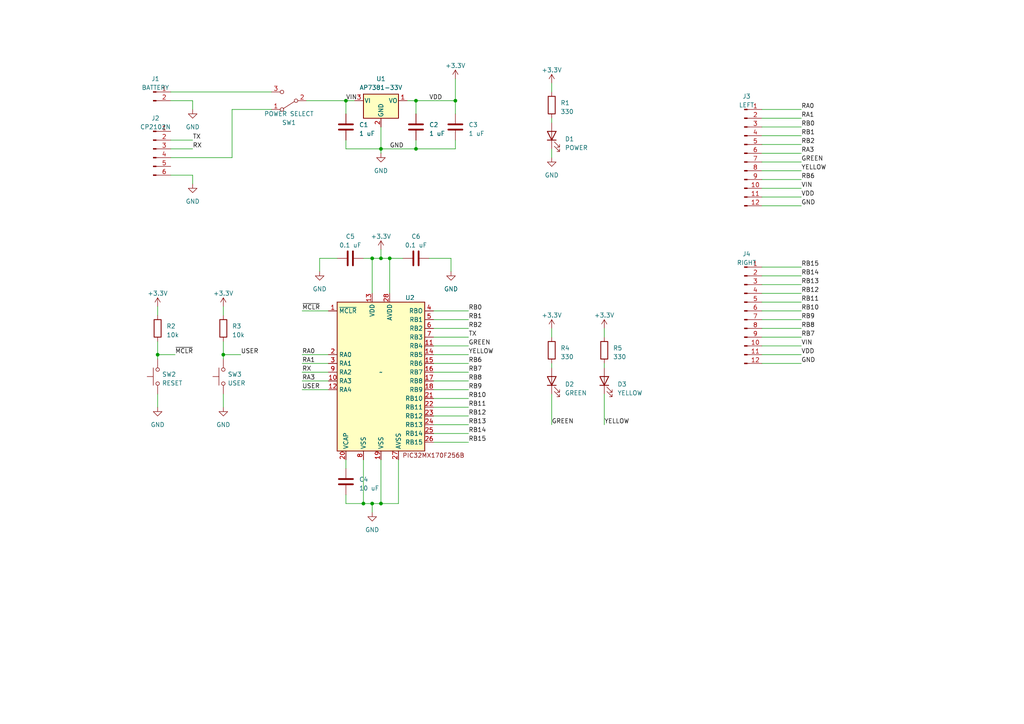
<source format=kicad_sch>
(kicad_sch (version 20230121) (generator eeschema)
  (paper "A4")
  (title_block (title "PIC32MX170F256B BREAKOUT") (company "André Vallières"))
  (lib_symbols
    (symbol "Connector:Conn_01x02_Pin" (pin_names (offset 1.016) hide)
      (property "Reference" "J1" (at 0.635 3.81 0))
      (property "Value" "BATTERY" (at 0.635 1.27 0))
      (symbol "Conn_01x02_Pin_1_1"
        (polyline (pts (xy 1.27 -2.54) (xy 0.8636 -2.54)) (stroke (width 0.1524)))
        (polyline (pts (xy 1.27 0) (xy 0.8636 0)) (stroke (width 0.1524)))
        (rectangle (start 0.8636 -2.413) (end 0 -2.667) (stroke (width 0.1524)) (fill (type outline)))
        (rectangle (start 0.8636 0.127) (end 0 -0.127) (stroke (width 0.1524)) (fill (type outline)))
        (pin power_out line (at 5.08 0 180) (length 3.81) (name "Pin_1") (number "1"))
        (pin power_out line (at 5.08 -2.54 180) (length 3.81) (name "Pin_2") (number "2"))
      )
    )
    (symbol "Connector:Conn_01x06_Pin" (pin_names (offset 1.016) hide)
      (property "Reference" "J2" (at 0.635 8.89 0))
      (property "Value" "CP2102N" (at 0.635 6.35 0))
      (symbol "Conn_01x06_Pin_1_1"
        (polyline (pts (xy 1.27 -7.62) (xy 0.8636 -7.62)) (stroke (width 0.1524)))
        (polyline (pts (xy 1.27 -5.08) (xy 0.8636 -5.08)) (stroke (width 0.1524)))
        (polyline (pts (xy 1.27 -2.54) (xy 0.8636 -2.54)) (stroke (width 0.1524)))
        (polyline (pts (xy 1.27 0) (xy 0.8636 0)) (stroke (width 0.1524)))
        (polyline (pts (xy 1.27 2.54) (xy 0.8636 2.54)) (stroke (width 0.1524)))
        (polyline (pts (xy 1.27 5.08) (xy 0.8636 5.08)) (stroke (width 0.1524)))
        (rectangle (start 0.8636 -7.493) (end 0 -7.747) (stroke (width 0.1524)) (fill (type outline)))
        (rectangle (start 0.8636 -4.953) (end 0 -5.207) (stroke (width 0.1524)) (fill (type outline)))
        (rectangle (start 0.8636 -2.413) (end 0 -2.667) (stroke (width 0.1524)) (fill (type outline)))
        (rectangle (start 0.8636 0.127) (end 0 -0.127) (stroke (width 0.1524)) (fill (type outline)))
        (rectangle (start 0.8636 2.667) (end 0 2.413) (stroke (width 0.1524)) (fill (type outline)))
        (rectangle (start 0.8636 5.207) (end 0 4.953) (stroke (width 0.1524)) (fill (type outline)))
        (pin passive line (at 5.08 5.08 180) (length 3.81) (name "Pin_1") (number "1"))
        (pin bidirectional line (at 5.08 2.54 180) (length 3.81) (name "Pin_2") (number "2"))
        (pin bidirectional line (at 5.08 0 180) (length 3.81) (name "Pin_3") (number "3"))
        (pin power_out line (at 5.08 -2.54 180) (length 3.81) (name "Pin_4") (number "4"))
        (pin passive line (at 5.08 -5.08 180) (length 3.81) (name "Pin_5") (number "5"))
        (pin power_out line (at 5.08 -7.62 180) (length 3.81) (name "Pin_6") (number "6"))
      )
    )
    (symbol "Connector:Conn_01x12_Pin" (pin_names (offset 1.016) hide)
      (property "Reference" "J" (at 0 15.24 0))
      (property "Value" "Conn_01x12_Pin" (at 0 -17.78 0))
      (symbol "Conn_01x12_Pin_1_1"
        (polyline (pts (xy 1.27 -15.24) (xy 0.8636 -15.24)) (stroke (width 0.1524)))
        (polyline (pts (xy 1.27 -12.7) (xy 0.8636 -12.7)) (stroke (width 0.1524)))
        (polyline (pts (xy 1.27 -10.16) (xy 0.8636 -10.16)) (stroke (width 0.1524)))
        (polyline (pts (xy 1.27 -7.62) (xy 0.8636 -7.62)) (stroke (width 0.1524)))
        (polyline (pts (xy 1.27 -5.08) (xy 0.8636 -5.08)) (stroke (width 0.1524)))
        (polyline (pts (xy 1.27 -2.54) (xy 0.8636 -2.54)) (stroke (width 0.1524)))
        (polyline (pts (xy 1.27 0) (xy 0.8636 0)) (stroke (width 0.1524)))
        (polyline (pts (xy 1.27 2.54) (xy 0.8636 2.54)) (stroke (width 0.1524)))
        (polyline (pts (xy 1.27 5.08) (xy 0.8636 5.08)) (stroke (width 0.1524)))
        (polyline (pts (xy 1.27 7.62) (xy 0.8636 7.62)) (stroke (width 0.1524)))
        (polyline (pts (xy 1.27 10.16) (xy 0.8636 10.16)) (stroke (width 0.1524)))
        (polyline (pts (xy 1.27 12.7) (xy 0.8636 12.7)) (stroke (width 0.1524)))
        (rectangle (start 0.8636 -15.113) (end 0 -15.367) (stroke (width 0.1524)) (fill (type outline)))
        (rectangle (start 0.8636 -12.573) (end 0 -12.827) (stroke (width 0.1524)) (fill (type outline)))
        (rectangle (start 0.8636 -10.033) (end 0 -10.287) (stroke (width 0.1524)) (fill (type outline)))
        (rectangle (start 0.8636 -7.493) (end 0 -7.747) (stroke (width 0.1524)) (fill (type outline)))
        (rectangle (start 0.8636 -4.953) (end 0 -5.207) (stroke (width 0.1524)) (fill (type outline)))
        (rectangle (start 0.8636 -2.413) (end 0 -2.667) (stroke (width 0.1524)) (fill (type outline)))
        (rectangle (start 0.8636 0.127) (end 0 -0.127) (stroke (width 0.1524)) (fill (type outline)))
        (rectangle (start 0.8636 2.667) (end 0 2.413) (stroke (width 0.1524)) (fill (type outline)))
        (rectangle (start 0.8636 5.207) (end 0 4.953) (stroke (width 0.1524)) (fill (type outline)))
        (rectangle (start 0.8636 7.747) (end 0 7.493) (stroke (width 0.1524)) (fill (type outline)))
        (rectangle (start 0.8636 10.287) (end 0 10.033) (stroke (width 0.1524)) (fill (type outline)))
        (rectangle (start 0.8636 12.827) (end 0 12.573) (stroke (width 0.1524)) (fill (type outline)))
        (pin passive line (at 5.08 12.7 180) (length 3.81) (name "Pin_1") (number "1"))
        (pin passive line (at 5.08 -10.16 180) (length 3.81) (name "Pin_10") (number "10"))
        (pin passive line (at 5.08 -12.7 180) (length 3.81) (name "Pin_11") (number "11"))
        (pin passive line (at 5.08 -15.24 180) (length 3.81) (name "Pin_12") (number "12"))
        (pin passive line (at 5.08 10.16 180) (length 3.81) (name "Pin_2") (number "2"))
        (pin passive line (at 5.08 7.62 180) (length 3.81) (name "Pin_3") (number "3"))
        (pin passive line (at 5.08 5.08 180) (length 3.81) (name "Pin_4") (number "4"))
        (pin passive line (at 5.08 2.54 180) (length 3.81) (name "Pin_5") (number "5"))
        (pin passive line (at 5.08 0 180) (length 3.81) (name "Pin_6") (number "6"))
        (pin passive line (at 5.08 -2.54 180) (length 3.81) (name "Pin_7") (number "7"))
        (pin passive line (at 5.08 -5.08 180) (length 3.81) (name "Pin_8") (number "8"))
        (pin passive line (at 5.08 -7.62 180) (length 3.81) (name "Pin_9") (number "9"))
      )
    )
    (symbol "Device:C" (pin_numbers hide) (pin_names (offset 0.254))
      (property "Reference" "C" (at 0.635 2.54 0))
      (property "Value" "C" (at 0.635 -2.54 0))
      (symbol "C_0_1"
        (polyline (pts (xy -2.032 -0.762) (xy 2.032 -0.762)) (stroke (width 0.508)))
        (polyline (pts (xy -2.032 0.762) (xy 2.032 0.762)) (stroke (width 0.508)))
      )
      (symbol "C_1_1"
        (pin passive line (at 0 3.81 270) (length 2.794) (name "~") (number "1"))
        (pin passive line (at 0 -3.81 90) (length 2.794) (name "~") (number "2"))
      )
    )
    (symbol "Device:LED" (pin_numbers hide) (pin_names (offset 1.016) hide)
      (property "Reference" "D" (at 0 2.54 0))
      (property "Value" "LED" (at 0 -2.54 0))
      (symbol "LED_0_1"
        (polyline (pts (xy -1.27 -1.27) (xy -1.27 1.27)) (stroke (width 0.254)))
        (polyline (pts (xy -1.27 0) (xy 1.27 0)))
        (polyline (pts (xy 1.27 -1.27) (xy 1.27 1.27) (xy -1.27 0) (xy 1.27 -1.27)) (stroke (width 0.254)))
        (polyline (pts (xy -3.048 -0.762) (xy -4.572 -2.286) (xy -3.81 -2.286) (xy -4.572 -2.286) (xy -4.572 -1.524)))
        (polyline (pts (xy -1.778 -0.762) (xy -3.302 -2.286) (xy -2.54 -2.286) (xy -3.302 -2.286) (xy -3.302 -1.524)))
      )
      (symbol "LED_1_1"
        (pin passive line (at -3.81 0 0) (length 2.54) (name "K") (number "1"))
        (pin passive line (at 3.81 0 180) (length 2.54) (name "A") (number "2"))
      )
    )
    (symbol "Device:R" (pin_numbers hide) (pin_names (offset 0))
      (property "Reference" "R" (at 2.032 0 90))
      (property "Value" "R" (at 0 0 90))
      (symbol "R_0_1"
        (rectangle (start -1.016 -2.54) (end 1.016 2.54) (stroke (width 0.254)))
      )
      (symbol "R_1_1"
        (pin passive line (at 0 3.81 270) (length 1.27) (name "~") (number "1"))
        (pin passive line (at 0 -3.81 90) (length 1.27) (name "~") (number "2"))
      )
    )
    (symbol "HW4:AP7381-33V" (pin_names (offset 0.254))
      (property "Reference" "U" (at -3.81 3.175 0))
      (property "Value" "AP7381-33V" (at 0 3.175 0))
      (symbol "AP7381-33V_1_1"
        (rectangle (start -5.08 1.905) (end 5.08 -5.08) (stroke (width 0.254)) (fill (type background)))
        (pin power_out line (at 7.62 0 180) (length 2.54) (name "VO") (number "1"))
        (pin power_in line (at 0 -7.62 90) (length 2.54) (name "GND") (number "2"))
        (pin power_in line (at -7.62 0 0) (length 2.54) (name "VI") (number "3"))
      )
    )
    (symbol "HW4:PIC32MX170F256B"
      (property "Reference" "U2" (at 7.0359 21.59 0))
      (property "Value" "~" (at 0 0 0))
      (symbol "PIC32MX170F256B_0_0"
        (text "" (at -12.7 10.16 0) (effects (font (size 1.27 1.27))))
      )
      (symbol "PIC32MX170F256B_0_1"
        (rectangle (start -12.7 20.32) (end 12.7 -22.86) (stroke (width 0.254)) (fill (type background)))
      )
      (symbol "PIC32MX170F256B_1_0"
        (pin input line (at -15.24 17.78 0) (length 2.54) (name "~{MCLR}") (number "1"))
        (pin bidirectional line (at -15.24 -2.54 0) (length 2.54) (name "RA3") (number "10"))
        (pin bidirectional line (at 15.24 7.62 180) (length 2.54) (name "RB4") (number "11"))
        (pin bidirectional line (at -15.24 -5.08 0) (length 2.54) (name "RA4") (number "12"))
        (pin power_in line (at -2.54 22.86 270) (length 2.54) (name "VDD") (number "13"))
        (pin bidirectional line (at 15.24 5.08 180) (length 2.54) (name "RB5") (number "14"))
        (pin bidirectional line (at 15.24 2.54 180) (length 2.54) (name "RB6") (number "15"))
        (pin bidirectional line (at 15.24 0 180) (length 2.54) (name "RB7") (number "16"))
        (pin bidirectional line (at 15.24 -2.54 180) (length 2.54) (name "RB8") (number "17"))
        (pin bidirectional line (at 15.24 -5.08 180) (length 2.54) (name "RB9") (number "18"))
        (pin power_in line (at 0 -25.4 90) (length 2.54) (name "VSS") (number "19"))
        (pin bidirectional line (at -15.24 5.08 0) (length 2.54) (name "RA0") (number "2"))
        (pin power_out line (at -10.16 -25.4 90) (length 2.54) (name "VCAP") (number "20"))
        (pin bidirectional line (at 15.24 -7.62 180) (length 2.54) (name "RB10") (number "21"))
        (pin bidirectional line (at 15.24 -10.16 180) (length 2.54) (name "RB11") (number "22"))
        (pin bidirectional line (at 15.24 -12.7 180) (length 2.54) (name "RB12") (number "23"))
        (pin bidirectional line (at 15.24 -15.24 180) (length 2.54) (name "RB13") (number "24"))
        (pin bidirectional line (at 15.24 -17.78 180) (length 2.54) (name "RB14") (number "25"))
        (pin bidirectional line (at 15.24 -20.32 180) (length 2.54) (name "RB15") (number "26"))
        (pin power_in line (at 5.08 -25.4 90) (length 2.54) (name "AVSS") (number "27"))
        (pin power_in line (at 2.54 22.86 270) (length 2.54) (name "AVDD") (number "28"))
        (pin bidirectional line (at -15.24 2.54 0) (length 2.54) (name "RA1") (number "3"))
        (pin bidirectional line (at 15.24 17.78 180) (length 2.54) (name "RBO") (number "4"))
        (pin bidirectional line (at 15.24 15.24 180) (length 2.54) (name "RB1") (number "5"))
        (pin bidirectional line (at 15.24 12.7 180) (length 2.54) (name "RB2") (number "6"))
        (pin bidirectional line (at 15.24 10.16 180) (length 2.54) (name "RB3") (number "7"))
        (pin passive line (at -5.08 -25.4 90) (length 2.54) (name "VSS") (number "8"))
        (pin bidirectional line (at -15.24 0 0) (length 2.54) (name "RA2") (number "9"))
      )
      (symbol "PIC32MX170F256B_1_1"
        (text "PIC32MX170F256B" (at 15.24 -24.13 0) (effects (font (size 1.27 1.27))))
      )
    )
    (symbol "Switch:SW_Push" (pin_numbers hide) (pin_names (offset 1.016) hide)
      (property "Reference" "SW" (at 1.27 2.54 0))
      (property "Value" "SW_Push" (at 0 -1.524 0))
      (symbol "SW_Push_0_1"
        (circle (center -2.032 0) (radius 0.508))
        (polyline (pts (xy 0 1.27) (xy 0 3.048)))
        (polyline (pts (xy 2.54 1.27) (xy -2.54 1.27)))
        (circle (center 2.032 0) (radius 0.508))
        (pin passive line (at -5.08 0 0) (length 2.54) (name "1") (number "1"))
        (pin passive line (at 5.08 0 180) (length 2.54) (name "2") (number "2"))
      )
    )
    (symbol "Switch:SW_SPDT" (pin_names (offset 0) hide)
      (property "Reference" "SW1" (at 0 6.35 0))
      (property "Value" "POWER SELECT" (at 0 3.81 0))
      (symbol "SW_SPDT_0_0"
        (circle (center -2.032 0) (radius 0.508))
        (circle (center 2.032 -2.54) (radius 0.508))
      )
      (symbol "SW_SPDT_0_1"
        (polyline (pts (xy -1.524 0.254) (xy 1.651 2.286)))
        (circle (center 2.032 2.54) (radius 0.508))
      )
      (symbol "SW_SPDT_1_1"
        (pin power_in line (at 5.08 2.54 180) (length 2.54) (name "A") (number "1"))
        (pin power_out line (at -5.08 0 0) (length 2.54) (name "B") (number "2"))
        (pin power_in line (at 5.08 -2.54 180) (length 2.54) (name "C") (number "3"))
      )
    )
    (symbol "power:+3.3V" (power) (pin_names (offset 0))
      (property "Value" "+3.3V" (at 0 3.556 0))
      (symbol "+3.3V_0_1"
        (polyline (pts (xy -0.762 1.27) (xy 0 2.54)))
        (polyline (pts (xy 0 0) (xy 0 2.54)))
        (polyline (pts (xy 0 2.54) (xy 0.762 1.27)))
      )
      (symbol "+3.3V_1_1"
        (pin power_in line (at 0 0 90) (length 0) hide (name "+3.3V") (number "1"))
      )
    )
    (symbol "power:GND" (power) (pin_names (offset 0))
      (property "Value" "GND" (at 0 -3.81 0))
      (symbol "GND_0_1"
        (polyline (pts (xy 0 0) (xy 0 -1.27) (xy 1.27 -1.27) (xy 0 -2.54) (xy -1.27 -1.27) (xy 0 -1.27)))
      )
      (symbol "GND_1_1"
        (pin power_in line (at 0 0 270) (length 0) hide (name "GND") (number "1"))
      )
    )
  )
  (junction (at 105.41 146.05))
  (junction (at 110.49 43.18))
  (junction (at 110.49 146.05))
  (junction (at 45.72 102.87))
  (junction (at 120.65 29.21))
  (junction (at 64.77 102.87))
  (junction (at 107.95 74.93))
  (junction (at 110.49 74.93))
  (junction (at 107.95 146.05))
  (junction (at 132.08 29.21))
  (junction (at 100.33 29.21))
  (junction (at 120.65 43.18))
  (junction (at 113.03 74.93))
  (wire (pts (xy 45.72 102.87) (xy 45.72 104.14)))
  (wire (pts (xy 120.65 43.18) (xy 110.49 43.18)))
  (wire (pts (xy 110.49 133.35) (xy 110.49 146.05)))
  (wire (pts (xy 107.95 146.05) (xy 107.95 148.59)))
  (wire (pts (xy 125.73 97.79) (xy 135.89 97.79)))
  (wire (pts (xy 125.73 110.49) (xy 135.89 110.49)))
  (wire (pts (xy 88.9 29.21) (xy 100.33 29.21)))
  (wire (pts (xy 220.98 87.63) (xy 232.41 87.63)))
  (wire (pts (xy 110.49 146.05) (xy 115.57 146.05)))
  (wire (pts (xy 120.65 29.21) (xy 132.08 29.21)))
  (wire (pts (xy 55.88 50.8) (xy 55.88 53.34)))
  (wire (pts (xy 100.33 29.21) (xy 100.33 33.02)))
  (wire (pts (xy 125.73 107.95) (xy 135.89 107.95)))
  (wire (pts (xy 220.98 57.15) (xy 232.41 57.15)))
  (wire (pts (xy 120.65 40.64) (xy 120.65 43.18)))
  (wire (pts (xy 160.02 24.13) (xy 160.02 26.67)))
  (wire (pts (xy 100.33 146.05) (xy 105.41 146.05)))
  (wire (pts (xy 220.98 36.83) (xy 232.41 36.83)))
  (wire (pts (xy 220.98 97.79) (xy 232.41 97.79)))
  (wire (pts (xy 110.49 74.93) (xy 113.03 74.93)))
  (wire (pts (xy 160.02 95.25) (xy 160.02 97.79)))
  (wire (pts (xy 220.98 54.61) (xy 232.41 54.61)))
  (wire (pts (xy 45.72 99.06) (xy 45.72 102.87)))
  (wire (pts (xy 125.73 102.87) (xy 135.89 102.87)))
  (wire (pts (xy 110.49 43.18) (xy 110.49 44.45)))
  (wire (pts (xy 125.73 100.33) (xy 135.89 100.33)))
  (wire (pts (xy 220.98 80.01) (xy 232.41 80.01)))
  (wire (pts (xy 64.77 99.06) (xy 64.77 102.87)))
  (wire (pts (xy 220.98 52.07) (xy 232.41 52.07)))
  (wire (pts (xy 45.72 88.9) (xy 45.72 91.44)))
  (wire (pts (xy 175.26 114.3) (xy 175.26 123.19)))
  (wire (pts (xy 175.26 105.41) (xy 175.26 106.68)))
  (wire (pts (xy 92.71 74.93) (xy 92.71 78.74)))
  (wire (pts (xy 110.49 36.83) (xy 110.49 43.18)))
  (wire (pts (xy 160.02 114.3) (xy 160.02 123.19)))
  (wire (pts (xy 220.98 34.29) (xy 232.41 34.29)))
  (wire (pts (xy 220.98 77.47) (xy 232.41 77.47)))
  (wire (pts (xy 220.98 49.53) (xy 232.41 49.53)))
  (wire (pts (xy 124.46 74.93) (xy 130.81 74.93)))
  (wire (pts (xy 220.98 92.71) (xy 232.41 92.71)))
  (wire (pts (xy 100.33 29.21) (xy 102.87 29.21)))
  (wire (pts (xy 105.41 146.05) (xy 107.95 146.05)))
  (wire (pts (xy 49.53 40.64) (xy 55.88 40.64)))
  (wire (pts (xy 132.08 29.21) (xy 132.08 22.86)))
  (wire (pts (xy 125.73 128.27) (xy 135.89 128.27)))
  (wire (pts (xy 113.03 74.93) (xy 116.84 74.93)))
  (wire (pts (xy 132.08 29.21) (xy 132.08 33.02)))
  (wire (pts (xy 175.26 95.25) (xy 175.26 97.79)))
  (wire (pts (xy 64.77 88.9) (xy 64.77 91.44)))
  (wire (pts (xy 55.88 29.21) (xy 55.88 31.75)))
  (wire (pts (xy 107.95 85.09) (xy 107.95 74.93)))
  (wire (pts (xy 92.71 74.93) (xy 97.79 74.93)))
  (wire (pts (xy 220.98 59.69) (xy 232.41 59.69)))
  (wire (pts (xy 125.73 123.19) (xy 135.89 123.19)))
  (wire (pts (xy 87.63 105.41) (xy 95.25 105.41)))
  (wire (pts (xy 105.41 74.93) (xy 107.95 74.93)))
  (wire (pts (xy 100.33 43.18) (xy 110.49 43.18)))
  (wire (pts (xy 64.77 114.3) (xy 64.77 118.11)))
  (wire (pts (xy 120.65 43.18) (xy 132.08 43.18)))
  (wire (pts (xy 132.08 40.64) (xy 132.08 43.18)))
  (wire (pts (xy 67.31 31.75) (xy 78.74 31.75)))
  (wire (pts (xy 87.63 107.95) (xy 95.25 107.95)))
  (wire (pts (xy 125.73 113.03) (xy 135.89 113.03)))
  (wire (pts (xy 220.98 95.25) (xy 232.41 95.25)))
  (wire (pts (xy 125.73 92.71) (xy 135.89 92.71)))
  (wire (pts (xy 125.73 115.57) (xy 135.89 115.57)))
  (wire (pts (xy 113.03 74.93) (xy 113.03 85.09)))
  (wire (pts (xy 100.33 40.64) (xy 100.33 43.18)))
  (wire (pts (xy 49.53 50.8) (xy 55.88 50.8)))
  (wire (pts (xy 125.73 125.73) (xy 135.89 125.73)))
  (wire (pts (xy 49.53 26.67) (xy 78.74 26.67)))
  (wire (pts (xy 45.72 114.3) (xy 45.72 118.11)))
  (wire (pts (xy 220.98 39.37) (xy 232.41 39.37)))
  (wire (pts (xy 49.53 29.21) (xy 55.88 29.21)))
  (wire (pts (xy 100.33 133.35) (xy 100.33 135.89)))
  (wire (pts (xy 220.98 100.33) (xy 232.41 100.33)))
  (wire (pts (xy 160.02 43.18) (xy 160.02 45.72)))
  (wire (pts (xy 107.95 74.93) (xy 110.49 74.93)))
  (wire (pts (xy 87.63 110.49) (xy 95.25 110.49)))
  (wire (pts (xy 220.98 44.45) (xy 232.41 44.45)))
  (wire (pts (xy 220.98 82.55) (xy 232.41 82.55)))
  (wire (pts (xy 49.53 45.72) (xy 67.31 45.72)))
  (wire (pts (xy 110.49 72.39) (xy 110.49 74.93)))
  (wire (pts (xy 64.77 102.87) (xy 64.77 104.14)))
  (wire (pts (xy 220.98 105.41) (xy 232.41 105.41)))
  (wire (pts (xy 220.98 85.09) (xy 232.41 85.09)))
  (wire (pts (xy 160.02 105.41) (xy 160.02 106.68)))
  (wire (pts (xy 107.95 146.05) (xy 110.49 146.05)))
  (wire (pts (xy 125.73 90.17) (xy 135.89 90.17)))
  (wire (pts (xy 87.63 102.87) (xy 95.25 102.87)))
  (wire (pts (xy 125.73 105.41) (xy 135.89 105.41)))
  (wire (pts (xy 130.81 74.93) (xy 130.81 78.74)))
  (wire (pts (xy 220.98 46.99) (xy 232.41 46.99)))
  (wire (pts (xy 220.98 31.75) (xy 232.41 31.75)))
  (wire (pts (xy 115.57 133.35) (xy 115.57 146.05)))
  (wire (pts (xy 125.73 95.25) (xy 135.89 95.25)))
  (wire (pts (xy 87.63 113.03) (xy 95.25 113.03)))
  (wire (pts (xy 45.72 102.87) (xy 50.8 102.87)))
  (wire (pts (xy 125.73 118.11) (xy 135.89 118.11)))
  (wire (pts (xy 87.63 90.17) (xy 95.25 90.17)))
  (wire (pts (xy 100.33 143.51) (xy 100.33 146.05)))
  (wire (pts (xy 220.98 102.87) (xy 232.41 102.87)))
  (wire (pts (xy 64.77 102.87) (xy 69.85 102.87)))
  (wire (pts (xy 160.02 34.29) (xy 160.02 35.56)))
  (wire (pts (xy 67.31 45.72) (xy 67.31 31.75)))
  (wire (pts (xy 105.41 133.35) (xy 105.41 146.05)))
  (wire (pts (xy 125.73 120.65) (xy 135.89 120.65)))
  (wire (pts (xy 220.98 90.17) (xy 232.41 90.17)))
  (wire (pts (xy 220.98 41.91) (xy 232.41 41.91)))
  (wire (pts (xy 120.65 29.21) (xy 120.65 33.02)))
  (wire (pts (xy 49.53 43.18) (xy 55.88 43.18)))
  (wire (pts (xy 118.11 29.21) (xy 120.65 29.21)))
  (label "RB13" (at 232.41 82.55 0))
  (label "RB0" (at 135.89 90.17 0))
  (label "VDD" (at 232.41 102.87 0))
  (label "VIN" (at 100.33 29.21 0))
  (label "RB11" (at 232.41 87.63 0))
  (label "RB1" (at 135.89 92.71 0))
  (label "RB11" (at 135.89 118.11 0))
  (label "RB15" (at 135.89 128.27 0))
  (label "RA3" (at 232.41 44.45 0))
  (label "RB10" (at 135.89 115.57 0))
  (label "USER" (at 87.63 113.03 0))
  (label "RB14" (at 232.41 80.01 0))
  (label "RB14" (at 135.89 125.73 0))
  (label "VIN" (at 232.41 54.61 0))
  (label "YELLOW" (at 175.26 123.19 0))
  (label "RA0" (at 87.63 102.87 0))
  (label "RB12" (at 135.89 120.65 0))
  (label "~{MCLR}" (at 50.8 102.87 0))
  (label "RB7" (at 135.89 107.95 0))
  (label "USER" (at 69.85 102.87 0))
  (label "RB0" (at 232.41 36.83 0))
  (label "TX" (at 135.89 97.79 0))
  (label "RA0" (at 232.41 31.75 0))
  (label "RB6" (at 232.41 52.07 0))
  (label "RB9" (at 135.89 113.03 0))
  (label "GREEN" (at 232.41 46.99 0))
  (label "RA1" (at 87.63 105.41 0))
  (label "RB1" (at 232.41 39.37 0))
  (label "VDD" (at 124.46 29.21 0))
  (label "RB7" (at 232.41 97.79 0))
  (label "RB9" (at 232.41 92.71 0))
  (label "YELLOW" (at 232.41 49.53 0))
  (label "RB15" (at 232.41 77.47 0))
  (label "RB6" (at 135.89 105.41 0))
  (label "RA3" (at 87.63 110.49 0))
  (label "RX" (at 87.63 107.95 0))
  (label "GREEN" (at 135.89 100.33 0))
  (label "RB8" (at 232.41 95.25 0))
  (label "VDD" (at 232.41 57.15 0))
  (label "GREEN" (at 160.02 123.19 0))
  (label "~{MCLR}" (at 87.63 90.17 0))
  (label "GND" (at 232.41 59.69 0))
  (label "RB10" (at 232.41 90.17 0))
  (label "VIN" (at 232.41 100.33 0))
  (label "RB13" (at 135.89 123.19 0))
  (label "TX" (at 55.88 40.64 0))
  (label "RX" (at 55.88 43.18 0))
  (label "GND" (at 232.41 105.41 0))
  (label "RB12" (at 232.41 85.09 0))
  (label "RB8" (at 135.89 110.49 0))
  (label "RB2" (at 232.41 41.91 0))
  (label "RB2" (at 135.89 95.25 0))
  (label "GND" (at 113.03 43.18 0))
  (label "YELLOW" (at 135.89 102.87 0))
  (label "RA1" (at 232.41 34.29 0))
  (symbol (lib_id "HW4:PIC32MX170F256B") (at 110.49 107.95 0) (unit 1)
    (property "Reference" "U2" (at 117.5259 86.36 0) (effects (justify left)))
    (property "Value" "~" (at 110.49 107.95 0))
    (property "Footprint" "Package_DIP:DIP-28_W7.62mm_Socket" (effects hide))
  )
  (symbol (lib_id "power:+3.3V") (at 160.02 24.13 0) (unit 1)
    (property "Reference" "#PWR06" (effects hide))
    (property "Value" "+3.3V" (at 160.02 20.32 0))
  )
  (symbol (lib_id "Connector:Conn_01x12_Pin") (at 215.9 44.45 0) (unit 1)
    (property "Reference" "J3" (at 216.535 27.94 0))
    (property "Value" "LEFT" (at 216.535 30.48 0))
    (property "Footprint" "Connector_PinHeader_2.54mm:PinHeader_1x12_P2.54mm_Vertical" (effects hide))
  )
  (symbol (lib_id "Switch:SW_Push") (at 64.77 109.22 90) (unit 1)
    (property "Reference" "SW3" (at 66.04 108.585 90) (effects (justify right)))
    (property "Value" "USER" (at 66.04 111.125 90) (effects (justify right)))
    (property "Footprint" "Library:PUSH" (effects hide))
  )
  (symbol (lib_id "Device:C") (at 101.6 74.93 90) (unit 1)
    (property "Reference" "C5" (at 101.6 68.58 90))
    (property "Value" "0.1 uF" (at 101.6 71.12 90))
    (property "Footprint" "Capacitor_THT:C_Disc_D3.8mm_W2.6mm_P2.50mm" (effects hide))
  )
  (symbol (lib_id "Connector:Conn_01x02_Pin") (at 44.45 26.67 0) (unit 1)
    (property "Reference" "J1" (at 45.085 22.86 0))
    (property "Value" "BATTERY" (at 45.085 25.4 0))
    (property "Footprint" "Connector_PinHeader_2.54mm:PinHeader_1x02_P2.54mm_Vertical" (effects hide))
  )
  (symbol (lib_id "power:GND") (at 110.49 44.45 0) (unit 1)
    (property "Reference" "#PWR04" (effects hide))
    (property "Value" "GND" (at 110.49 49.53 0))
  )
  (symbol (lib_id "Device:R") (at 175.26 101.6 0) (unit 1)
    (property "Reference" "R5" (at 177.8 100.965 0) (effects (justify left)))
    (property "Value" "330" (at 177.8 103.505 0) (effects (justify left)))
    (property "Footprint" "Resistor_THT:R_Axial_DIN0207_L6.3mm_D2.5mm_P7.62mm_Horizontal" (effects hide))
  )
  (symbol (lib_id "power:GND") (at 160.02 45.72 0) (unit 1)
    (property "Reference" "#PWR05" (effects hide))
    (property "Value" "GND" (at 160.02 50.8 0))
  )
  (symbol (lib_id "Connector:Conn_01x06_Pin") (at 44.45 43.18 0) (unit 1)
    (property "Reference" "J2" (at 45.085 34.29 0))
    (property "Value" "CP2102N" (at 45.085 36.83 0))
    (property "Footprint" "Connector_PinHeader_2.54mm:PinHeader_1x06_P2.54mm_Vertical" (effects hide))
  )
  (symbol (lib_id "Device:C") (at 120.65 36.83 0) (unit 1)
    (property "Reference" "C2" (at 124.46 36.195 0) (effects (justify left)))
    (property "Value" "1 uF" (at 124.46 38.735 0) (effects (justify left)))
    (property "Footprint" "Capacitor_THT:C_Disc_D3.4mm_W2.1mm_P2.50mm" (effects hide))
  )
  (symbol (lib_id "power:+3.3V") (at 64.77 88.9 0) (unit 1)
    (property "Reference" "#PWR013" (effects hide))
    (property "Value" "+3.3V" (at 64.77 85.09 0))
  )
  (symbol (lib_id "Connector:Conn_01x12_Pin") (at 215.9 90.17 0) (unit 1)
    (property "Reference" "J4" (at 216.535 73.66 0))
    (property "Value" "RIGHT" (at 216.535 76.2 0))
    (property "Footprint" "Connector_PinHeader_2.54mm:PinHeader_1x12_P2.54mm_Vertical" (effects hide))
  )
  (symbol (lib_id "Device:R") (at 45.72 95.25 0) (unit 1)
    (property "Reference" "R2" (at 48.26 94.615 0) (effects (justify left)))
    (property "Value" "10k" (at 48.26 97.155 0) (effects (justify left)))
    (property "Footprint" "Resistor_THT:R_Axial_DIN0207_L6.3mm_D2.5mm_P7.62mm_Horizontal" (effects hide))
  )
  (symbol (lib_id "Device:C") (at 120.65 74.93 90) (unit 1)
    (property "Reference" "C6" (at 120.65 68.58 90))
    (property "Value" "0.1 uF" (at 120.65 71.12 90))
    (property "Footprint" "Capacitor_THT:C_Disc_D3.8mm_W2.6mm_P2.50mm" (effects hide))
  )
  (symbol (lib_id "Device:C") (at 100.33 36.83 0) (unit 1)
    (property "Reference" "C1" (at 104.14 36.195 0) (effects (justify left)))
    (property "Value" "1 uF" (at 104.14 38.735 0) (effects (justify left)))
    (property "Footprint" "Capacitor_THT:C_Disc_D3.4mm_W2.1mm_P2.50mm" (effects hide))
  )
  (symbol (lib_id "power:GND") (at 92.71 78.74 0) (unit 1)
    (property "Reference" "#PWR09" (effects hide))
    (property "Value" "GND" (at 92.71 83.82 0))
  )
  (symbol (lib_id "Device:R") (at 160.02 30.48 0) (unit 1)
    (property "Reference" "R1" (at 162.56 29.845 0) (effects (justify left)))
    (property "Value" "330" (at 162.56 32.385 0) (effects (justify left)))
    (property "Footprint" "Resistor_THT:R_Axial_DIN0207_L6.3mm_D2.5mm_P7.62mm_Horizontal" (effects hide))
  )
  (symbol (lib_id "Switch:SW_SPDT") (at 83.82 29.21 180) (unit 1)
    (property "Reference" "SW1" (at 83.82 35.56 0))
    (property "Value" "POWER SELECT" (at 83.82 33.02 0))
    (property "Footprint" "Library:SWITCH" (effects hide))
  )
  (symbol (lib_id "Device:LED") (at 160.02 39.37 90) (unit 1)
    (property "Reference" "D1" (at 163.83 40.3225 90) (effects (justify right)))
    (property "Value" "POWER" (at 163.83 42.8625 90) (effects (justify right)))
    (property "Footprint" "LED_THT:LED_D3.0mm" (effects hide))
  )
  (symbol (lib_id "power:GND") (at 55.88 53.34 0) (unit 1)
    (property "Reference" "#PWR02" (effects hide))
    (property "Value" "GND" (at 55.88 58.42 0))
  )
  (symbol (lib_id "power:+3.3V") (at 45.72 88.9 0) (unit 1)
    (property "Reference" "#PWR011" (effects hide))
    (property "Value" "+3.3V" (at 45.72 85.09 0))
  )
  (symbol (lib_id "power:GND") (at 130.81 78.74 0) (unit 1)
    (property "Reference" "#PWR010" (effects hide))
    (property "Value" "GND" (at 130.81 83.82 0))
  )
  (symbol (lib_id "power:+3.3V") (at 160.02 95.25 0) (unit 1)
    (property "Reference" "#PWR015" (effects hide))
    (property "Value" "+3.3V" (at 160.02 91.44 0))
  )
  (symbol (lib_id "Device:LED") (at 160.02 110.49 90) (unit 1)
    (property "Reference" "D2" (at 163.83 111.4425 90) (effects (justify right)))
    (property "Value" "GREEN" (at 163.83 113.9825 90) (effects (justify right)))
    (property "Footprint" "LED_THT:LED_D3.0mm" (effects hide))
  )
  (symbol (lib_id "power:+3.3V") (at 132.08 22.86 0) (unit 1)
    (property "Reference" "#PWR01" (effects hide))
    (property "Value" "+3.3V" (at 132.08 19.05 0))
  )
  (symbol (lib_id "power:GND") (at 107.95 148.59 0) (unit 1)
    (property "Reference" "#PWR07" (effects hide))
    (property "Value" "GND" (at 107.95 153.67 0))
  )
  (symbol (lib_id "power:GND") (at 64.77 118.11 0) (unit 1)
    (property "Reference" "#PWR014" (effects hide))
    (property "Value" "GND" (at 64.77 123.19 0))
  )
  (symbol (lib_id "power:GND") (at 45.72 118.11 0) (unit 1)
    (property "Reference" "#PWR012" (effects hide))
    (property "Value" "GND" (at 45.72 123.19 0))
  )
  (symbol (lib_id "Device:R") (at 64.77 95.25 0) (unit 1)
    (property "Reference" "R3" (at 67.31 94.615 0) (effects (justify left)))
    (property "Value" "10k" (at 67.31 97.155 0) (effects (justify left)))
    (property "Footprint" "Resistor_THT:R_Axial_DIN0207_L6.3mm_D2.5mm_P7.62mm_Horizontal" (effects hide))
  )
  (symbol (lib_id "power:+3.3V") (at 110.49 72.39 0) (unit 1)
    (property "Reference" "#PWR08" (effects hide))
    (property "Value" "+3.3V" (at 110.49 68.58 0))
  )
  (symbol (lib_id "power:GND") (at 55.88 31.75 0) (unit 1)
    (property "Reference" "#PWR03" (effects hide))
    (property "Value" "GND" (at 55.88 36.83 0))
  )
  (symbol (lib_id "Device:LED") (at 175.26 110.49 90) (unit 1)
    (property "Reference" "D3" (at 179.07 111.4425 90) (effects (justify right)))
    (property "Value" "YELLOW" (at 179.07 113.9825 90) (effects (justify right)))
    (property "Footprint" "LED_THT:LED_D3.0mm" (effects hide))
  )
  (symbol (lib_id "power:+3.3V") (at 175.26 95.25 0) (unit 1)
    (property "Reference" "#PWR017" (effects hide))
    (property "Value" "+3.3V" (at 175.26 91.44 0))
  )
  (symbol (lib_id "Device:C") (at 132.08 36.83 0) (unit 1)
    (property "Reference" "C3" (at 135.89 36.195 0) (effects (justify left)))
    (property "Value" "1 uF" (at 135.89 38.735 0) (effects (justify left)))
    (property "Footprint" "Capacitor_THT:C_Disc_D3.4mm_W2.1mm_P2.50mm" (effects hide))
  )
  (symbol (lib_id "Device:C") (at 100.33 139.7 180) (unit 1)
    (property "Reference" "C4" (at 104.14 139.065 0) (effects (justify right)))
    (property "Value" "10 uF" (at 104.14 141.605 0) (effects (justify right)))
    (property "Footprint" "Capacitor_THT:C_Disc_D3.8mm_W2.6mm_P2.50mm" (effects hide))
  )
  (symbol (lib_id "Switch:SW_Push") (at 45.72 109.22 90) (unit 1)
    (property "Reference" "SW2" (at 46.99 108.585 90) (effects (justify right)))
    (property "Value" "RESET" (at 46.99 111.125 90) (effects (justify right)))
    (property "Footprint" "Library:PUSH" (effects hide))
  )
  (symbol (lib_id "HW4:AP7381-33V") (at 110.49 29.21 0) (unit 1)
    (property "Reference" "U1" (at 110.49 22.86 0))
    (property "Value" "AP7381-33V" (at 110.49 25.4 0))
    (property "Footprint" "Package_TO_SOT_THT:TO-92_Inline_Wide" (effects hide))
  )
  (symbol (lib_id "Device:R") (at 160.02 101.6 0) (unit 1)
    (property "Reference" "R4" (at 162.56 100.965 0) (effects (justify left)))
    (property "Value" "330" (at 162.56 103.505 0) (effects (justify left)))
    (property "Footprint" "Resistor_THT:R_Axial_DIN0207_L6.3mm_D2.5mm_P7.62mm_Horizontal" (effects hide))
  )
)
</source>
